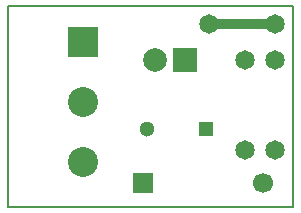
<source format=gbr>
G04 #@! TF.FileFunction,Copper,L1,Top,Signal*
%FSLAX46Y46*%
G04 Gerber Fmt 4.6, Leading zero omitted, Abs format (unit mm)*
G04 Created by KiCad (PCBNEW 0.201511251016+6329~38~ubuntu14.04.1-stable) date lun 30 nov 2015 17:33:54 ART*
%MOMM*%
G01*
G04 APERTURE LIST*
%ADD10C,0.100000*%
%ADD11C,0.150000*%
%ADD12R,2.540000X2.540000*%
%ADD13C,2.540000*%
%ADD14R,1.300000X1.300000*%
%ADD15C,1.300000*%
%ADD16R,2.000000X2.000000*%
%ADD17C,2.000000*%
%ADD18C,1.699260*%
%ADD19R,1.699260X1.699260*%
%ADD20C,1.651000*%
%ADD21C,0.812800*%
%ADD22C,0.250000*%
G04 APERTURE END LIST*
D10*
D11*
X166624000Y-106426000D02*
X190754000Y-106426000D01*
X166624000Y-89408000D02*
X166624000Y-106426000D01*
X190754000Y-89408000D02*
X190754000Y-106426000D01*
X166624000Y-89408000D02*
X190754000Y-89408000D01*
D12*
X172974000Y-92456000D03*
D13*
X172974000Y-97536000D03*
X172974000Y-102616000D03*
D14*
X183388000Y-99822000D03*
D15*
X178388000Y-99822000D03*
D16*
X181610000Y-93980000D03*
D17*
X179070000Y-93980000D03*
D18*
X188214520Y-104391460D03*
D19*
X178054520Y-104391460D03*
D20*
X186690000Y-93980000D03*
X186690000Y-101600000D03*
X189230000Y-93980000D03*
X189230000Y-101600000D03*
X189230000Y-90932000D03*
X183642000Y-90932000D03*
D21*
X183642000Y-90932000D02*
X189230000Y-90932000D01*
D22*
X178030979Y-104415001D02*
X178054520Y-104391460D01*
M02*

</source>
